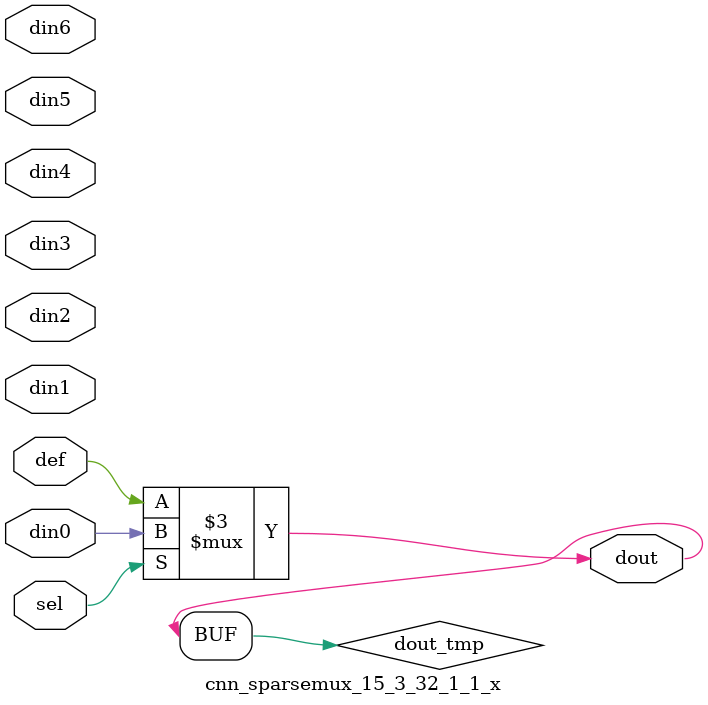
<source format=v>
`timescale 1ns / 1ps

module cnn_sparsemux_15_3_32_1_1_x (din0,din1,din2,din3,din4,din5,din6,def,sel,dout);

parameter din0_WIDTH = 1;

parameter din1_WIDTH = 1;

parameter din2_WIDTH = 1;

parameter din3_WIDTH = 1;

parameter din4_WIDTH = 1;

parameter din5_WIDTH = 1;

parameter din6_WIDTH = 1;

parameter def_WIDTH = 1;
parameter sel_WIDTH = 1;
parameter dout_WIDTH = 1;

parameter [sel_WIDTH-1:0] CASE0 = 1;

parameter [sel_WIDTH-1:0] CASE1 = 1;

parameter [sel_WIDTH-1:0] CASE2 = 1;

parameter [sel_WIDTH-1:0] CASE3 = 1;

parameter [sel_WIDTH-1:0] CASE4 = 1;

parameter [sel_WIDTH-1:0] CASE5 = 1;

parameter [sel_WIDTH-1:0] CASE6 = 1;

parameter ID = 1;
parameter NUM_STAGE = 1;



input [din0_WIDTH-1:0] din0;

input [din1_WIDTH-1:0] din1;

input [din2_WIDTH-1:0] din2;

input [din3_WIDTH-1:0] din3;

input [din4_WIDTH-1:0] din4;

input [din5_WIDTH-1:0] din5;

input [din6_WIDTH-1:0] din6;

input [def_WIDTH-1:0] def;
input [sel_WIDTH-1:0] sel;

output [dout_WIDTH-1:0] dout;



reg [dout_WIDTH-1:0] dout_tmp;

always @ (*) begin
case (sel)
    
    CASE0 : dout_tmp = din0;
    
    CASE1 : dout_tmp = din1;
    
    CASE2 : dout_tmp = din2;
    
    CASE3 : dout_tmp = din3;
    
    CASE4 : dout_tmp = din4;
    
    CASE5 : dout_tmp = din5;
    
    CASE6 : dout_tmp = din6;
    
    default : dout_tmp = def;
endcase
end


assign dout = dout_tmp;



endmodule

</source>
